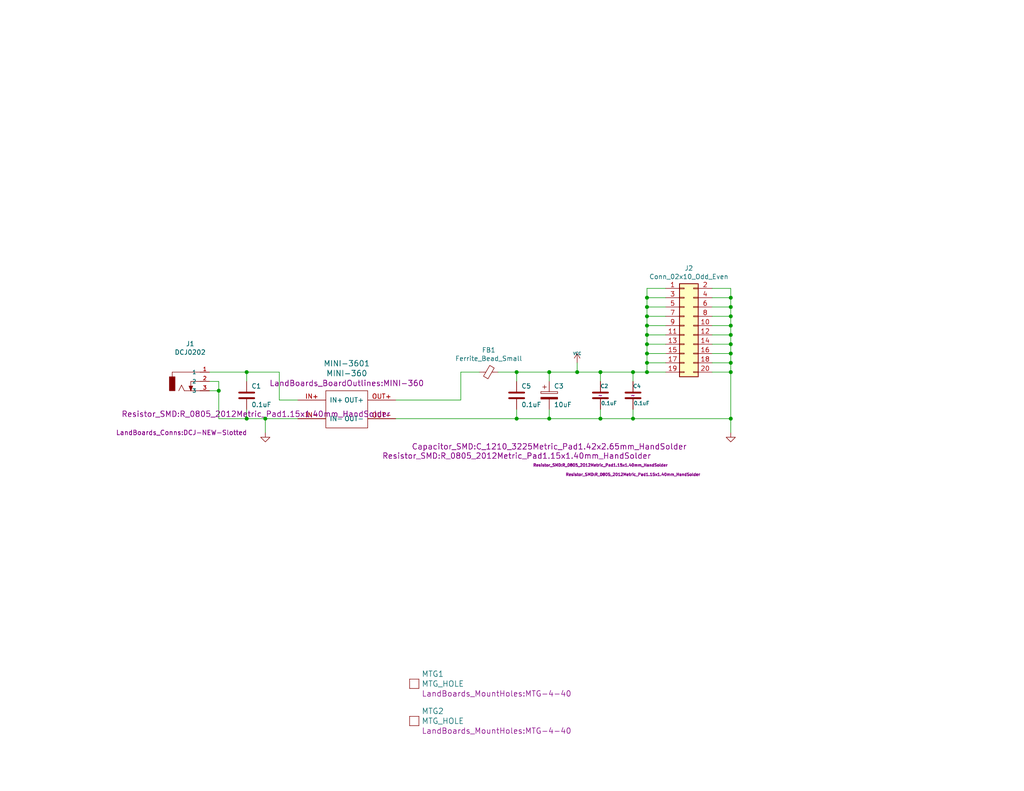
<source format=kicad_sch>
(kicad_sch (version 20211123) (generator eeschema)
  (paper "A")
  (title_block (title "TINYGRID85") (date "28 mar 2015") (rev "X2") (company "land-boards.com"))
  (lib_symbols
    (symbol "Connector_Generic:Conn_02x10_Odd_Even" (pin_names (offset 1.016) hide)
      (property "Reference" "J" (at 1.27 12.7 0))
      (property "Value" "Conn_02x10_Odd_Even" (at 1.27 -15.24 0))
      (symbol "Conn_02x10_Odd_Even_1_1"
        (rectangle (start -1.27 -12.573) (end 0 -12.827) (stroke (width 0.1524)))
        (rectangle (start -1.27 -10.033) (end 0 -10.287) (stroke (width 0.1524)))
        (rectangle (start -1.27 -7.493) (end 0 -7.747) (stroke (width 0.1524)))
        (rectangle (start -1.27 -4.953) (end 0 -5.207) (stroke (width 0.1524)))
        (rectangle (start -1.27 -2.413) (end 0 -2.667) (stroke (width 0.1524)))
        (rectangle (start -1.27 0.127) (end 0 -0.127) (stroke (width 0.1524)))
        (rectangle (start -1.27 2.667) (end 0 2.413) (stroke (width 0.1524)))
        (rectangle (start -1.27 5.207) (end 0 4.953) (stroke (width 0.1524)))
        (rectangle (start -1.27 7.747) (end 0 7.493) (stroke (width 0.1524)))
        (rectangle (start -1.27 10.287) (end 0 10.033) (stroke (width 0.1524)))
        (rectangle (start -1.27 11.43) (end 3.81 -13.97) (stroke (width 0.254)) (fill (type background)))
        (rectangle (start 3.81 -12.573) (end 2.54 -12.827) (stroke (width 0.1524)))
        (rectangle (start 3.81 -10.033) (end 2.54 -10.287) (stroke (width 0.1524)))
        (rectangle (start 3.81 -7.493) (end 2.54 -7.747) (stroke (width 0.1524)))
        (rectangle (start 3.81 -4.953) (end 2.54 -5.207) (stroke (width 0.1524)))
        (rectangle (start 3.81 -2.413) (end 2.54 -2.667) (stroke (width 0.1524)))
        (rectangle (start 3.81 0.127) (end 2.54 -0.127) (stroke (width 0.1524)))
        (rectangle (start 3.81 2.667) (end 2.54 2.413) (stroke (width 0.1524)))
        (rectangle (start 3.81 5.207) (end 2.54 4.953) (stroke (width 0.1524)))
        (rectangle (start 3.81 7.747) (end 2.54 7.493) (stroke (width 0.1524)))
        (rectangle (start 3.81 10.287) (end 2.54 10.033) (stroke (width 0.1524)))
        (pin passive line (at -5.08 10.16 0) (length 3.81) (name "Pin_1") (number "1"))
        (pin passive line (at 7.62 0 180) (length 3.81) (name "Pin_10") (number "10"))
        (pin passive line (at -5.08 -2.54 0) (length 3.81) (name "Pin_11") (number "11"))
        (pin passive line (at 7.62 -2.54 180) (length 3.81) (name "Pin_12") (number "12"))
        (pin passive line (at -5.08 -5.08 0) (length 3.81) (name "Pin_13") (number "13"))
        (pin passive line (at 7.62 -5.08 180) (length 3.81) (name "Pin_14") (number "14"))
        (pin passive line (at -5.08 -7.62 0) (length 3.81) (name "Pin_15") (number "15"))
        (pin passive line (at 7.62 -7.62 180) (length 3.81) (name "Pin_16") (number "16"))
        (pin passive line (at -5.08 -10.16 0) (length 3.81) (name "Pin_17") (number "17"))
        (pin passive line (at 7.62 -10.16 180) (length 3.81) (name "Pin_18") (number "18"))
        (pin passive line (at -5.08 -12.7 0) (length 3.81) (name "Pin_19") (number "19"))
        (pin passive line (at 7.62 10.16 180) (length 3.81) (name "Pin_2") (number "2"))
        (pin passive line (at 7.62 -12.7 180) (length 3.81) (name "Pin_20") (number "20"))
        (pin passive line (at -5.08 7.62 0) (length 3.81) (name "Pin_3") (number "3"))
        (pin passive line (at 7.62 7.62 180) (length 3.81) (name "Pin_4") (number "4"))
        (pin passive line (at -5.08 5.08 0) (length 3.81) (name "Pin_5") (number "5"))
        (pin passive line (at 7.62 5.08 180) (length 3.81) (name "Pin_6") (number "6"))
        (pin passive line (at -5.08 2.54 0) (length 3.81) (name "Pin_7") (number "7"))
        (pin passive line (at 7.62 2.54 180) (length 3.81) (name "Pin_8") (number "8"))
        (pin passive line (at -5.08 0 0) (length 3.81) (name "Pin_9") (number "9"))
      )
    )
    (symbol "Device:C" (pin_numbers hide) (pin_names (offset 0.254))
      (property "Reference" "C" (at 0.635 2.54 0))
      (property "Value" "C" (at 0.635 -2.54 0))
      (symbol "C_0_1"
        (polyline (pts (xy -2.032 -0.762) (xy 2.032 -0.762)) (stroke (width 0.508)))
        (polyline (pts (xy -2.032 0.762) (xy 2.032 0.762)) (stroke (width 0.508)))
      )
      (symbol "C_1_1"
        (pin passive line (at 0 3.81 270) (length 2.794) (name "~") (number "1"))
        (pin passive line (at 0 -3.81 90) (length 2.794) (name "~") (number "2"))
      )
    )
    (symbol "Device:CP" (pin_numbers hide) (pin_names (offset 0.254))
      (property "Reference" "C" (at 0.635 2.54 0))
      (property "Value" "Device_CP" (at 0.635 -2.54 0))
      (symbol "CP_0_1"
        (rectangle (start -2.286 0.508) (end 2.286 1.016))
        (polyline (pts (xy -1.778 2.286) (xy -0.762 2.286)))
        (polyline (pts (xy -1.27 2.794) (xy -1.27 1.778)))
        (rectangle (start 2.286 -0.508) (end -2.286 -1.016) (fill (type outline)))
      )
      (symbol "CP_1_1"
        (pin passive line (at 0 3.81 270) (length 2.794) (name "~") (number "1"))
        (pin passive line (at 0 -3.81 90) (length 2.794) (name "~") (number "2"))
      )
    )
    (symbol "Device:Ferrite_Bead_Small" (pin_numbers hide) (pin_names (offset 0))
      (property "Reference" "FB" (at 1.905 1.27 0))
      (property "Value" "Device_Ferrite_Bead_Small" (at 1.905 -1.27 0))
      (symbol "Ferrite_Bead_Small_0_1"
        (polyline (pts (xy 0 -1.27) (xy 0 -0.7874)))
        (polyline (pts (xy 0 0.889) (xy 0 1.2954)))
        (polyline (pts (xy -1.8288 0.2794) (xy -1.1176 1.4986) (xy 1.8288 -0.2032) (xy 1.1176 -1.4224) (xy -1.8288 0.2794)))
      )
      (symbol "Ferrite_Bead_Small_1_1"
        (pin passive line (at 0 2.54 270) (length 1.27) (name "~") (number "1"))
        (pin passive line (at 0 -2.54 90) (length 1.27) (name "~") (number "2"))
      )
    )
    (symbol "LandBoards:MTG_HOLE" (pin_names (offset 1.016))
      (property "Reference" "MTG?" (at 0 2.54 0))
      (property "Value" "MTG_HOLE" (at 0 -2.54 0))
      (symbol "MTG_HOLE_0_1"
        (rectangle (start -1.27 -1.27) (end 1.27 -1.27))
        (rectangle (start -1.27 1.27) (end -1.27 -1.27))
        (rectangle (start 1.27 1.27) (end -1.27 1.27))
        (rectangle (start 1.27 1.27) (end 1.27 -1.27))
      )
    )
    (symbol "LandBoards_Cards:MINI-360" (pin_names (offset 1.016))
      (property "Reference" "MINI-360" (at 1.27 6.35 0))
      (property "Value" "MINI-360" (at 1.27 -6.35 0))
      (symbol "MINI-360_0_1"
        (rectangle (start -5.08 -5.08) (end 6.35 5.08))
      )
      (symbol "MINI-360_1_1"
        (pin power_in line (at -12.7 2.54 0) (length 7.62) (name "IN+") (number "IN+"))
        (pin power_in line (at -12.7 -2.54 0) (length 7.62) (name "IN-") (number "IN-"))
        (pin power_out line (at 13.97 2.54 180) (length 7.62) (name "OUT+") (number "OUT+"))
        (pin power_out line (at 13.97 -2.54 180) (length 7.62) (name "OUT-") (number "OUT-"))
      )
    )
    (symbol "LandBoards_Conns:DCJ0202" (pin_names (offset 1.016))
      (property "Reference" "J" (at -2.54 3.81 0))
      (property "Value" "DCJ0202" (at -2.54 -6.35 0))
      (symbol "DCJ0202_1_0"
        (polyline (pts (xy -2.54 2.54) (xy -2.54 1.27)))
        (polyline (pts (xy 0 -1.016) (xy -0.762 -2.54)))
        (polyline (pts (xy 0.762 -2.54) (xy 0 -1.016)))
        (polyline (pts (xy 2.54 -2.54) (xy 0.762 -2.54)))
        (polyline (pts (xy 2.54 0) (xy 2.54 -2.54)))
        (polyline (pts (xy 5.08 -2.54) (xy 2.54 -2.54)))
        (polyline (pts (xy 5.08 0) (xy 2.54 0)))
        (polyline (pts (xy 5.08 2.54) (xy -2.54 2.54)))
      )
      (symbol "DCJ0202_1_1"
        (rectangle (start -3.302 -2.54) (end -1.778 1.27) (fill (type outline)))
        (polyline (pts (xy 2.54 -2.54) (xy 2.032 -1.27) (xy 2.032 -1.27) (xy 3.048 -1.27) (xy 3.048 -1.27) (xy 2.54 -2.54)) (fill (type outline)))
        (pin passive line (at 7.62 2.54 180) (length 2.54) (name "1") (number "1"))
        (pin passive line (at 7.62 0 180) (length 2.54) (name "2") (number "2"))
        (pin passive line (at 7.62 -2.54 180) (length 2.54) (name "3") (number "3"))
      )
    )
    (symbol "power:GND" (power) (pin_names (offset 0))
      (property "Value" "GND" (at 0 -3.81 0))
      (symbol "GND_0_1"
        (polyline (pts (xy 0 0) (xy 0 -1.27) (xy 1.27 -1.27) (xy 0 -2.54) (xy -1.27 -1.27) (xy 0 -1.27)))
      )
      (symbol "GND_1_1"
        (pin power_in line (at 0 0 270) (length 0) hide (name "GND") (number "1"))
      )
    )
    (symbol "power:VCC" (power) (pin_names (offset 0))
      (property "Value" "VCC" (at 0 3.81 0))
      (symbol "VCC_0_1"
        (polyline (pts (xy -0.762 1.27) (xy 0 2.54)))
        (polyline (pts (xy 0 0) (xy 0 2.54)))
        (polyline (pts (xy 0 2.54) (xy 0.762 1.27)))
      )
      (symbol "VCC_1_1"
        (pin power_in line (at 0 0 90) (length 0) hide (name "VCC") (number "1"))
      )
    )
  )
  (junction (at 176.53 99.06))
  (junction (at 176.53 81.28))
  (junction (at 176.53 83.82))
  (junction (at 199.39 91.44))
  (junction (at 140.97 101.6))
  (junction (at 199.39 101.6))
  (junction (at 199.39 96.52))
  (junction (at 149.86 101.6))
  (junction (at 163.83 101.6))
  (junction (at 149.86 114.3))
  (junction (at 176.53 91.44))
  (junction (at 199.39 93.98))
  (junction (at 176.53 96.52))
  (junction (at 199.39 99.06))
  (junction (at 176.53 101.6))
  (junction (at 176.53 88.9))
  (junction (at 176.53 93.98))
  (junction (at 199.39 86.36))
  (junction (at 176.53 86.36))
  (junction (at 140.97 114.3))
  (junction (at 157.48 101.6))
  (junction (at 67.31 101.6))
  (junction (at 199.39 83.82))
  (junction (at 199.39 81.28))
  (junction (at 199.39 88.9))
  (junction (at 163.83 114.3))
  (junction (at 72.39 114.3))
  (junction (at 67.31 114.3))
  (junction (at 172.72 101.6))
  (junction (at 199.39 114.3))
  (junction (at 59.69 106.68))
  (junction (at 172.72 114.3))
  (wire (pts (xy 199.39 78.74) (xy 199.39 81.28)))
  (wire (pts (xy 194.31 88.9) (xy 199.39 88.9)))
  (wire (pts (xy 135.89 101.6) (xy 140.97 101.6)))
  (wire (pts (xy 67.31 101.6) (xy 76.2 101.6)))
  (wire (pts (xy 76.2 109.22) (xy 81.28 109.22)))
  (wire (pts (xy 181.61 88.9) (xy 176.53 88.9)))
  (wire (pts (xy 149.86 111.76) (xy 149.86 114.3)))
  (wire (pts (xy 199.39 99.06) (xy 199.39 101.6)))
  (wire (pts (xy 76.2 101.6) (xy 76.2 109.22)))
  (wire (pts (xy 194.31 99.06) (xy 199.39 99.06)))
  (wire (pts (xy 194.31 91.44) (xy 199.39 91.44)))
  (wire (pts (xy 194.31 78.74) (xy 199.39 78.74)))
  (wire (pts (xy 199.39 91.44) (xy 199.39 93.98)))
  (wire (pts (xy 172.72 101.6) (xy 176.53 101.6)))
  (wire (pts (xy 181.61 96.52) (xy 176.53 96.52)))
  (wire (pts (xy 163.83 101.6) (xy 172.72 101.6)))
  (wire (pts (xy 194.31 86.36) (xy 199.39 86.36)))
  (wire (pts (xy 176.53 91.44) (xy 176.53 88.9)))
  (wire (pts (xy 176.53 83.82) (xy 176.53 81.28)))
  (wire (pts (xy 194.31 93.98) (xy 199.39 93.98)))
  (wire (pts (xy 59.69 104.14) (xy 57.15 104.14)))
  (wire (pts (xy 125.73 109.22) (xy 125.73 101.6)))
  (wire (pts (xy 176.53 81.28) (xy 176.53 78.74)))
  (wire (pts (xy 72.39 114.3) (xy 72.39 118.11)))
  (wire (pts (xy 176.53 99.06) (xy 176.53 96.52)))
  (wire (pts (xy 157.48 99.06) (xy 157.48 101.6)))
  (wire (pts (xy 172.72 101.6) (xy 172.72 104.14)))
  (wire (pts (xy 176.53 96.52) (xy 176.53 93.98)))
  (wire (pts (xy 59.69 114.3) (xy 59.69 106.68)))
  (wire (pts (xy 172.72 111.76) (xy 172.72 114.3)))
  (wire (pts (xy 199.39 83.82) (xy 199.39 86.36)))
  (wire (pts (xy 194.31 83.82) (xy 199.39 83.82)))
  (wire (pts (xy 199.39 93.98) (xy 199.39 96.52)))
  (wire (pts (xy 176.53 93.98) (xy 176.53 91.44)))
  (wire (pts (xy 176.53 78.74) (xy 181.61 78.74)))
  (wire (pts (xy 59.69 106.68) (xy 59.69 104.14)))
  (wire (pts (xy 199.39 88.9) (xy 199.39 91.44)))
  (wire (pts (xy 176.53 101.6) (xy 176.53 99.06)))
  (wire (pts (xy 140.97 111.76) (xy 140.97 114.3)))
  (wire (pts (xy 67.31 114.3) (xy 59.69 114.3)))
  (wire (pts (xy 140.97 101.6) (xy 149.86 101.6)))
  (wire (pts (xy 181.61 81.28) (xy 176.53 81.28)))
  (wire (pts (xy 199.39 101.6) (xy 199.39 114.3)))
  (wire (pts (xy 181.61 99.06) (xy 176.53 99.06)))
  (wire (pts (xy 149.86 101.6) (xy 157.48 101.6)))
  (wire (pts (xy 194.31 96.52) (xy 199.39 96.52)))
  (wire (pts (xy 194.31 101.6) (xy 199.39 101.6)))
  (wire (pts (xy 176.53 101.6) (xy 181.61 101.6)))
  (wire (pts (xy 176.53 86.36) (xy 176.53 83.82)))
  (wire (pts (xy 194.31 81.28) (xy 199.39 81.28)))
  (wire (pts (xy 157.48 101.6) (xy 163.83 101.6)))
  (wire (pts (xy 199.39 81.28) (xy 199.39 83.82)))
  (wire (pts (xy 163.83 114.3) (xy 149.86 114.3)))
  (wire (pts (xy 199.39 96.52) (xy 199.39 99.06)))
  (wire (pts (xy 163.83 114.3) (xy 172.72 114.3)))
  (wire (pts (xy 163.83 104.14) (xy 163.83 101.6)))
  (wire (pts (xy 140.97 101.6) (xy 140.97 104.14)))
  (wire (pts (xy 181.61 93.98) (xy 176.53 93.98)))
  (wire (pts (xy 57.15 106.68) (xy 59.69 106.68)))
  (wire (pts (xy 199.39 86.36) (xy 199.39 88.9)))
  (wire (pts (xy 181.61 86.36) (xy 176.53 86.36)))
  (wire (pts (xy 181.61 91.44) (xy 176.53 91.44)))
  (wire (pts (xy 149.86 104.14) (xy 149.86 101.6)))
  (wire (pts (xy 181.61 83.82) (xy 176.53 83.82)))
  (wire (pts (xy 72.39 114.3) (xy 81.28 114.3)))
  (wire (pts (xy 107.95 109.22) (xy 125.73 109.22)))
  (wire (pts (xy 172.72 114.3) (xy 199.39 114.3)))
  (wire (pts (xy 67.31 104.14) (xy 67.31 101.6)))
  (wire (pts (xy 176.53 88.9) (xy 176.53 86.36)))
  (wire (pts (xy 107.95 114.3) (xy 140.97 114.3)))
  (wire (pts (xy 57.15 101.6) (xy 67.31 101.6)))
  (wire (pts (xy 125.73 101.6) (xy 130.81 101.6)))
  (wire (pts (xy 199.39 114.3) (xy 199.39 118.11)))
  (wire (pts (xy 67.31 111.76) (xy 67.31 114.3)))
  (wire (pts (xy 163.83 111.76) (xy 163.83 114.3)))
  (wire (pts (xy 149.86 114.3) (xy 140.97 114.3)))
  (wire (pts (xy 67.31 114.3) (xy 72.39 114.3)))
  (symbol (lib_id "Device:C") (at 140.97 107.95 0) (unit 1)
    (property "Reference" "C5" (at 142.24 105.41 0) (effects (justify left)))
    (property "Value" "0.1uF" (at 142.24 110.49 0) (effects (justify left)))
    (property "Footprint" "Resistor_SMD:R_0805_2012Metric_Pad1.15x1.40mm_HandSolder" (at 140.97 124.46 0) (effects (font (size 1.524 1.524))))
  )
  (symbol (lib_id "power:GND") (at 199.39 118.11 0) (unit 1)
    (property "Reference" "#PWR04" (effects hide))
    (property "Value" "GND" (effects hide))
  )
  (symbol (lib_id "power:VCC") (at 157.48 99.06 0) (unit 1)
    (property "Reference" "#PWR03" (effects hide))
    (property "Value" "VCC" (at 157.48 96.52 0) (effects (font (size 0.762 0.762))))
  )
  (symbol (lib_id "Device:C") (at 163.83 107.95 0) (unit 1)
    (property "Reference" "C2" (at 163.83 105.41 0) (effects (font (size 1.016 1.016)) (justify left)))
    (property "Value" "0.1uF" (at 163.9824 110.109 0) (effects (font (size 1.016 1.016)) (justify left)))
    (property "Footprint" "Resistor_SMD:R_0805_2012Metric_Pad1.15x1.40mm_HandSolder" (at 163.83 127 0) (effects (font (size 0.762 0.762))))
    (property "Datasheet" "~" (at 163.83 107.95 0) (effects (font (size 1.524 1.524))))
  )
  (symbol (lib_id "Device:C") (at 172.72 107.95 0) (unit 1)
    (property "Reference" "C4" (at 172.72 105.41 0) (effects (font (size 1.016 1.016)) (justify left)))
    (property "Value" "0.1uF" (at 172.8724 110.109 0) (effects (font (size 1.016 1.016)) (justify left)))
    (property "Footprint" "Resistor_SMD:R_0805_2012Metric_Pad1.15x1.40mm_HandSolder" (at 172.72 129.54 0) (effects (font (size 0.762 0.762))))
    (property "Datasheet" "~" (at 172.72 107.95 0) (effects (font (size 1.524 1.524))))
  )
  (symbol (lib_id "Device:Ferrite_Bead_Small") (at 133.35 101.6 270) (unit 1)
    (property "Reference" "FB1" (at 133.35 95.5802 90))
    (property "Value" "Ferrite_Bead_Small" (at 133.35 97.8916 90))
    (property "Footprint" "Inductor_SMD:L_0805_2012Metric_Pad1.15x1.40mm_HandSolder" (effects hide))
  )
  (symbol (lib_id "LandBoards_Conns:DCJ0202") (at 49.53 104.14 0) (unit 1)
    (property "Reference" "J1" (at 51.8922 93.8784 0))
    (property "Value" "DCJ0202" (at 51.8922 96.1898 0))
    (property "Footprint" "LandBoards_Conns:DCJ-NEW-Slotted" (at 49.53 118.11 0))
  )
  (symbol (lib_id "Device:C") (at 67.31 107.95 0) (unit 1)
    (property "Reference" "C1" (at 68.58 105.41 0) (effects (justify left)))
    (property "Value" "0.1uF" (at 68.58 110.49 0) (effects (justify left)))
    (property "Footprint" "Resistor_SMD:R_0805_2012Metric_Pad1.15x1.40mm_HandSolder" (at 69.85 113.03 0) (effects (font (size 1.524 1.524))))
  )
  (symbol (lib_id "Device:CP") (at 149.86 107.95 0) (unit 1)
    (property "Reference" "C3" (at 151.13 105.41 0) (effects (justify left)))
    (property "Value" "10uF" (at 151.13 110.49 0) (effects (justify left)))
    (property "Footprint" "Capacitor_SMD:C_1210_3225Metric_Pad1.42x2.65mm_HandSolder" (at 149.86 121.92 0) (effects (font (size 1.524 1.524))))
  )
  (symbol (lib_id "LandBoards:MTG_HOLE") (at 113.03 186.69 0) (unit 1)
    (property "Reference" "MTG1" (at 115.0112 183.9976 0) (effects (font (size 1.524 1.524)) (justify left)))
    (property "Value" "MTG_HOLE" (at 115.0112 186.69 0) (effects (font (size 1.524 1.524)) (justify left)))
    (property "Footprint" "LandBoards_MountHoles:MTG-4-40" (at 115.0112 189.3824 0) (effects (font (size 1.524 1.524)) (justify left)))
  )
  (symbol (lib_id "LandBoards:MTG_HOLE") (at 113.03 196.85 0) (unit 1)
    (property "Reference" "MTG2" (at 115.0112 194.1576 0) (effects (font (size 1.524 1.524)) (justify left)))
    (property "Value" "MTG_HOLE" (at 115.0112 196.85 0) (effects (font (size 1.524 1.524)) (justify left)))
    (property "Footprint" "LandBoards_MountHoles:MTG-4-40" (at 115.0112 199.5424 0) (effects (font (size 1.524 1.524)) (justify left)))
  )
  (symbol (lib_id "LandBoards_Cards:MINI-360") (at 93.98 111.76 0) (unit 1)
    (property "Reference" "MINI-3601" (at 94.615 99.2378 0) (effects (font (size 1.524 1.524))))
    (property "Value" "MINI-360" (at 94.615 101.9302 0) (effects (font (size 1.524 1.524))))
    (property "Footprint" "LandBoards_BoardOutlines:MINI-360" (at 94.615 104.6226 0) (effects (font (size 1.524 1.524))))
  )
  (symbol (lib_id "Connector_Generic:Conn_02x10_Odd_Even") (at 186.69 88.9 0) (unit 1)
    (property "Reference" "J2" (at 187.96 73.2282 0))
    (property "Value" "Conn_02x10_Odd_Even" (at 187.96 75.5396 0))
    (property "Footprint" "Connector_PinHeader_2.54mm:PinHeader_2x10_P2.54mm_Vertical" (effects hide))
  )
  (symbol (lib_id "power:GND") (at 72.39 118.11 0) (unit 1)
    (property "Reference" "#PWR0101" (effects hide))
    (property "Value" "GND" (effects hide))
  )
)
</source>
